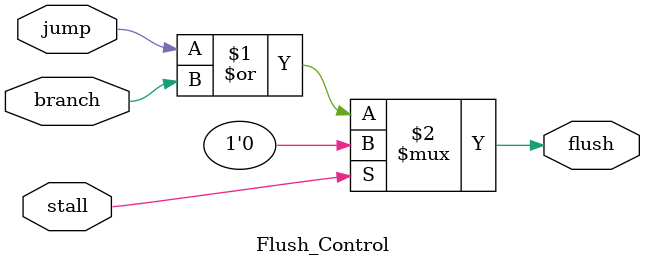
<source format=v>
`timescale 1ns / 1ps

module Flush_Control(
    input branch, //Branch indicator.
    input jump,   //Jump indicator.
    input stall,  //Stall indicator.
    output flush  //Flush signal.
    );
    
    //Only flush if not stalled.
    assign flush = stall ? 1'b0 : jump | branch;
endmodule

</source>
